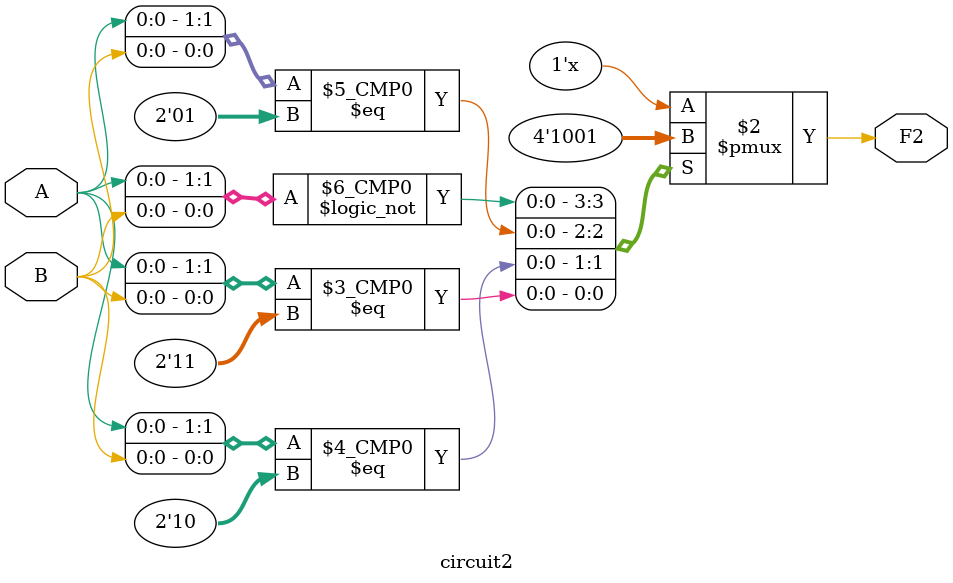
<source format=v>
`timescale 1ns / 1ps


module circuit2(
    input A,
    input B,
    output reg F2
    );
    
    
    //f2 = (~a+b)*(a+~b)
    //logic gates: assign F2 = (~A | B) & (A | ~B);
    //always@: (A && B), (A, B), (*)
    always@(A, B) begin
    case({A, B})
        2'b00: F2 = 1'b1;
        2'b01: F2 = 1'b0;
        2'b10: F2 = 1'b0;
        2'b11: F2 = 1'b1;
    endcase
    end
endmodule

</source>
